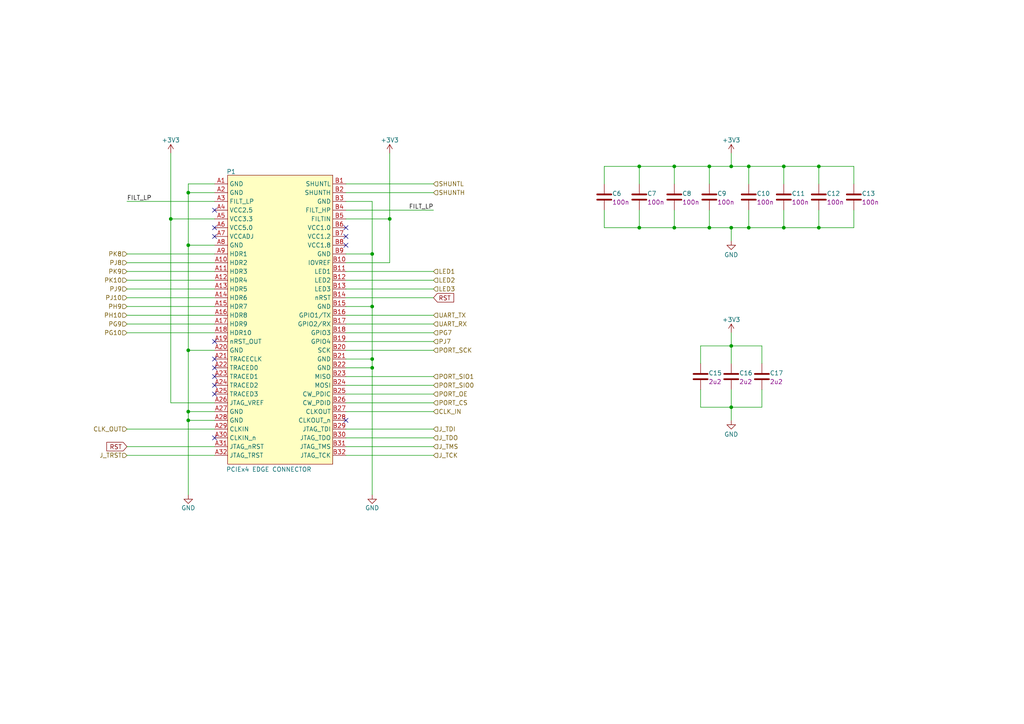
<source format=kicad_sch>
(kicad_sch (version 20231120) (generator "eeschema") (generator_version "8.0")
  (paper "A4")
  (lib_symbols
    (symbol "nae_caps:CAP_100n_6.3V_0603" (pin_numbers hide)
      (property "Reference" "C" (at -20.32 5.08 0))
      (property "Display Value" "100n" (at 15.24 5.08 0))
      (symbol "CAP_100n_6.3V_0603_0_1"
        (polyline (pts (xy -0.762 -2.032) (xy -0.762 2.032)) (stroke (width 0.508)))
        (polyline (pts (xy 0.762 -2.032) (xy 0.762 2.032)) (stroke (width 0.508)))
      )
      (symbol "CAP_100n_6.3V_0603_1_1"
        (pin passive line (at -3.81 0 0) (length 2.794) (name "~") (number "1"))
        (pin passive line (at 3.81 0 180) (length 2.794) (name "~") (number "2"))
      )
    )
    (symbol "nae_caps:CAP_2u2_6.3V_0603" (pin_numbers hide)
      (property "Reference" "C" (at -20.32 5.08 0))
      (property "Display Value" "2u2" (at 15.24 5.08 0))
      (symbol "CAP_2u2_6.3V_0603_0_1"
        (polyline (pts (xy -0.762 -2.032) (xy -0.762 2.032)) (stroke (width 0.508)))
        (polyline (pts (xy 0.762 -2.032) (xy 0.762 2.032)) (stroke (width 0.508)))
      )
      (symbol "CAP_2u2_6.3V_0603_1_1"
        (pin passive line (at -3.81 0 0) (length 2.794) (name "~") (number "1"))
        (pin passive line (at 3.81 0 180) (length 2.794) (name "~") (number "2"))
      )
    )
    (symbol "power:+3V3" (power) (pin_numbers hide) (pin_names (offset 0) hide)
      (property "Value" "+3V3" (at 0 3.556 0))
      (symbol "+3V3_0_1"
        (polyline (pts (xy -0.762 1.27) (xy 0 2.54)))
        (polyline (pts (xy 0 0) (xy 0 2.54)))
        (polyline (pts (xy 0 2.54) (xy 0.762 1.27)))
      )
      (symbol "+3V3_1_1"
        (pin power_in line (at 0 0 90) (length 0) (name "~") (number "1"))
      )
    )
    (symbol "power:GND" (power) (pin_numbers hide) (pin_names (offset 0) hide)
      (property "Value" "GND" (at 0 -3.81 0))
      (symbol "GND_0_1"
        (polyline (pts (xy 0 0) (xy 0 -1.27) (xy 1.27 -1.27) (xy 0 -2.54) (xy -1.27 -1.27) (xy 0 -1.27)))
      )
      (symbol "GND_1_1"
        (pin power_in line (at 0 0 270) (length 0) (name "~") (number "1"))
      )
    )
    (symbol "tutorial_2_library:CW312T-Template" (in_bom no)
      (property "Reference" "P" (at -15.24 3.81 0))
      (property "Value" "PCIEx4 EDGE CONNECTOR " (at 3.81 3.81 0))
      (symbol "CW312T-Template_1_1"
        (rectangle (start -15.24 2.54) (end 15.24 -81.28) (fill (type background)))
        (pin unspecified line (at -19.05 0 0) (length 3.81) (name "GND") (number "A1"))
        (pin unspecified line (at -19.05 -22.86 0) (length 3.81) (name "HDR2") (number "A10"))
        (pin unspecified line (at -19.05 -25.4 0) (length 3.81) (name "HDR3") (number "A11"))
        (pin unspecified line (at -19.05 -27.94 0) (length 3.81) (name "HDR4") (number "A12"))
        (pin unspecified line (at -19.05 -30.48 0) (length 3.81) (name "HDR5") (number "A13"))
        (pin unspecified line (at -19.05 -33.02 0) (length 3.81) (name "HDR6") (number "A14"))
        (pin unspecified line (at -19.05 -35.56 0) (length 3.81) (name "HDR7") (number "A15"))
        (pin unspecified line (at -19.05 -38.1 0) (length 3.81) (name "HDR8") (number "A16"))
        (pin unspecified line (at -19.05 -40.64 0) (length 3.81) (name "HDR9") (number "A17"))
        (pin unspecified line (at -19.05 -43.18 0) (length 3.81) (name "HDR10") (number "A18"))
        (pin unspecified line (at -19.05 -45.72 0) (length 3.81) (name "nRST_OUT") (number "A19"))
        (pin unspecified line (at -19.05 -2.54 0) (length 3.81) (name "GND") (number "A2"))
        (pin unspecified line (at -19.05 -48.26 0) (length 3.81) (name "GND") (number "A20"))
        (pin unspecified line (at -19.05 -50.8 0) (length 3.81) (name "TRACECLK") (number "A21"))
        (pin unspecified line (at -19.05 -53.34 0) (length 3.81) (name "TRACED0") (number "A22"))
        (pin unspecified line (at -19.05 -55.88 0) (length 3.81) (name "TRACED1") (number "A23"))
        (pin unspecified line (at -19.05 -58.42 0) (length 3.81) (name "TRACED2") (number "A24"))
        (pin unspecified line (at -19.05 -60.96 0) (length 3.81) (name "TRACED3") (number "A25"))
        (pin unspecified line (at -19.05 -63.5 0) (length 3.81) (name "JTAG_VREF") (number "A26"))
        (pin unspecified line (at -19.05 -66.04 0) (length 3.81) (name "GND") (number "A27"))
        (pin unspecified line (at -19.05 -68.58 0) (length 3.81) (name "GND") (number "A28"))
        (pin unspecified line (at -19.05 -71.12 0) (length 3.81) (name "CLKIN") (number "A29"))
        (pin unspecified line (at -19.05 -5.08 0) (length 3.81) (name "FILT_LP") (number "A3"))
        (pin unspecified line (at -19.05 -73.66 0) (length 3.81) (name "CLKIN_n") (number "A30"))
        (pin unspecified line (at -19.05 -76.2 0) (length 3.81) (name "JTAG_nRST") (number "A31"))
        (pin unspecified line (at -19.05 -78.74 0) (length 3.81) (name "JTAG_TRST") (number "A32"))
        (pin unspecified line (at -19.05 -7.62 0) (length 3.81) (name "VCC2.5") (number "A4"))
        (pin unspecified line (at -19.05 -10.16 0) (length 3.81) (name "VCC3.3") (number "A5"))
        (pin unspecified line (at -19.05 -12.7 0) (length 3.81) (name "VCC5.0") (number "A6"))
        (pin unspecified line (at -19.05 -15.24 0) (length 3.81) (name "VCCADJ") (number "A7"))
        (pin unspecified line (at -19.05 -17.78 0) (length 3.81) (name "GND") (number "A8"))
        (pin unspecified line (at -19.05 -20.32 0) (length 3.81) (name "HDR1") (number "A9"))
        (pin unspecified line (at 19.05 0 180) (length 3.81) (name "SHUNTL") (number "B1"))
        (pin unspecified line (at 19.05 -22.86 180) (length 3.81) (name "IOVREF") (number "B10"))
        (pin unspecified line (at 19.05 -25.4 180) (length 3.81) (name "LED1") (number "B11"))
        (pin unspecified line (at 19.05 -27.94 180) (length 3.81) (name "LED2") (number "B12"))
        (pin unspecified line (at 19.05 -30.48 180) (length 3.81) (name "LED3") (number "B13"))
        (pin unspecified line (at 19.05 -33.02 180) (length 3.81) (name "nRST") (number "B14"))
        (pin unspecified line (at 19.05 -35.56 180) (length 3.81) (name "GND") (number "B15"))
        (pin unspecified line (at 19.05 -38.1 180) (length 3.81) (name "GPIO1/TX") (number "B16"))
        (pin unspecified line (at 19.05 -40.64 180) (length 3.81) (name "GPIO2/RX") (number "B17"))
        (pin unspecified line (at 19.05 -43.18 180) (length 3.81) (name "GPIO3") (number "B18"))
        (pin unspecified line (at 19.05 -45.72 180) (length 3.81) (name "GPIO4") (number "B19"))
        (pin unspecified line (at 19.05 -2.54 180) (length 3.81) (name "SHUNTH") (number "B2"))
        (pin unspecified line (at 19.05 -48.26 180) (length 3.81) (name "SCK") (number "B20"))
        (pin unspecified line (at 19.05 -50.8 180) (length 3.81) (name "GND") (number "B21"))
        (pin unspecified line (at 19.05 -53.34 180) (length 3.81) (name "GND") (number "B22"))
        (pin unspecified line (at 19.05 -55.88 180) (length 3.81) (name "MISO") (number "B23"))
        (pin unspecified line (at 19.05 -58.42 180) (length 3.81) (name "MOSI") (number "B24"))
        (pin unspecified line (at 19.05 -60.96 180) (length 3.81) (name "CW_PDIC") (number "B25"))
        (pin unspecified line (at 19.05 -63.5 180) (length 3.81) (name "CW_PDID") (number "B26"))
        (pin unspecified line (at 19.05 -66.04 180) (length 3.81) (name "CLKOUT") (number "B27"))
        (pin unspecified line (at 19.05 -68.58 180) (length 3.81) (name "CLKOUT_n") (number "B28"))
        (pin unspecified line (at 19.05 -71.12 180) (length 3.81) (name "JTAG_TDI") (number "B29"))
        (pin unspecified line (at 19.05 -5.08 180) (length 3.81) (name "GND") (number "B3"))
        (pin unspecified line (at 19.05 -73.66 180) (length 3.81) (name "JTAG_TDO") (number "B30"))
        (pin unspecified line (at 19.05 -76.2 180) (length 3.81) (name "JTAG_TMS") (number "B31"))
        (pin unspecified line (at 19.05 -78.74 180) (length 3.81) (name "JTAG_TCK") (number "B32"))
        (pin unspecified line (at 19.05 -7.62 180) (length 3.81) (name "FILT_HP") (number "B4"))
        (pin unspecified line (at 19.05 -10.16 180) (length 3.81) (name "FILTIN") (number "B5"))
        (pin unspecified line (at 19.05 -12.7 180) (length 3.81) (name "VCC1.0") (number "B6"))
        (pin unspecified line (at 19.05 -15.24 180) (length 3.81) (name "VCC1.2") (number "B7"))
        (pin unspecified line (at 19.05 -17.78 180) (length 3.81) (name "VCC1.8") (number "B8"))
        (pin unspecified line (at 19.05 -20.32 180) (length 3.81) (name "GND") (number "B9"))
      )
    )
  )
  (junction (at 113.03 63.5))
  (junction (at 212.09 100.33))
  (junction (at 185.42 66.04))
  (junction (at 107.95 73.66))
  (junction (at 217.17 48.26))
  (junction (at 205.74 66.04))
  (junction (at 54.61 119.38))
  (junction (at 107.95 106.68))
  (junction (at 205.74 48.26))
  (junction (at 49.53 63.5))
  (junction (at 227.33 66.04))
  (junction (at 107.95 88.9))
  (junction (at 54.61 55.88))
  (junction (at 107.95 104.14))
  (junction (at 212.09 48.26))
  (junction (at 227.33 48.26))
  (junction (at 195.58 66.04))
  (junction (at 54.61 121.92))
  (junction (at 54.61 101.6))
  (junction (at 237.49 48.26))
  (junction (at 212.09 66.04))
  (junction (at 237.49 66.04))
  (junction (at 195.58 48.26))
  (junction (at 185.42 48.26))
  (junction (at 217.17 66.04))
  (junction (at 54.61 71.12))
  (junction (at 212.09 118.11))
  (no_connect (at 100.33 66.04))
  (no_connect (at 62.23 109.22))
  (no_connect (at 62.23 111.76))
  (no_connect (at 62.23 104.14))
  (no_connect (at 62.23 106.68))
  (no_connect (at 62.23 66.04))
  (no_connect (at 100.33 68.58))
  (no_connect (at 62.23 99.06))
  (no_connect (at 100.33 71.12))
  (no_connect (at 62.23 114.3))
  (no_connect (at 62.23 60.96))
  (no_connect (at 62.23 68.58))
  (no_connect (at 62.23 127))
  (no_connect (at 100.33 121.92))
  (wire (pts (xy 36.83 132.08) (xy 62.23 132.08)))
  (wire (pts (xy 100.33 60.96) (xy 125.73 60.96)))
  (wire (pts (xy 36.83 78.74) (xy 62.23 78.74)))
  (wire (pts (xy 36.83 73.66) (xy 62.23 73.66)))
  (wire (pts (xy 100.33 101.6) (xy 125.73 101.6)))
  (wire (pts (xy 227.33 66.04) (xy 237.49 66.04)))
  (wire (pts (xy 237.49 60.96) (xy 237.49 66.04)))
  (wire (pts (xy 227.33 48.26) (xy 237.49 48.26)))
  (wire (pts (xy 36.83 96.52) (xy 62.23 96.52)))
  (wire (pts (xy 49.53 63.5) (xy 49.53 116.84)))
  (wire (pts (xy 100.33 91.44) (xy 125.73 91.44)))
  (wire (pts (xy 185.42 48.26) (xy 195.58 48.26)))
  (wire (pts (xy 54.61 101.6) (xy 54.61 119.38)))
  (wire (pts (xy 100.33 116.84) (xy 125.73 116.84)))
  (wire (pts (xy 175.26 48.26) (xy 185.42 48.26)))
  (wire (pts (xy 100.33 132.08) (xy 125.73 132.08)))
  (wire (pts (xy 100.33 53.34) (xy 125.73 53.34)))
  (wire (pts (xy 107.95 73.66) (xy 107.95 88.9)))
  (wire (pts (xy 100.33 99.06) (xy 125.73 99.06)))
  (wire (pts (xy 205.74 60.96) (xy 205.74 66.04)))
  (wire (pts (xy 195.58 48.26) (xy 205.74 48.26)))
  (wire (pts (xy 100.33 127) (xy 125.73 127)))
  (wire (pts (xy 54.61 71.12) (xy 62.23 71.12)))
  (wire (pts (xy 36.83 88.9) (xy 62.23 88.9)))
  (wire (pts (xy 247.65 48.26) (xy 247.65 53.34)))
  (wire (pts (xy 212.09 66.04) (xy 212.09 69.85)))
  (wire (pts (xy 36.83 81.28) (xy 62.23 81.28)))
  (wire (pts (xy 107.95 104.14) (xy 107.95 106.68)))
  (wire (pts (xy 237.49 48.26) (xy 237.49 53.34)))
  (wire (pts (xy 100.33 129.54) (xy 125.73 129.54)))
  (wire (pts (xy 100.33 109.22) (xy 125.73 109.22)))
  (wire (pts (xy 227.33 48.26) (xy 227.33 53.34)))
  (wire (pts (xy 220.98 118.11) (xy 220.98 113.03)))
  (wire (pts (xy 36.83 91.44) (xy 62.23 91.44)))
  (wire (pts (xy 203.2 105.41) (xy 203.2 100.33)))
  (wire (pts (xy 113.03 44.45) (xy 113.03 63.5)))
  (wire (pts (xy 100.33 114.3) (xy 125.73 114.3)))
  (wire (pts (xy 203.2 118.11) (xy 212.09 118.11)))
  (wire (pts (xy 100.33 106.68) (xy 107.95 106.68)))
  (wire (pts (xy 100.33 63.5) (xy 113.03 63.5)))
  (wire (pts (xy 113.03 63.5) (xy 113.03 76.2)))
  (wire (pts (xy 185.42 48.26) (xy 185.42 53.34)))
  (wire (pts (xy 54.61 121.92) (xy 62.23 121.92)))
  (wire (pts (xy 36.83 124.46) (xy 62.23 124.46)))
  (wire (pts (xy 54.61 55.88) (xy 54.61 71.12)))
  (wire (pts (xy 175.26 66.04) (xy 175.26 60.96)))
  (wire (pts (xy 237.49 66.04) (xy 247.65 66.04)))
  (wire (pts (xy 237.49 48.26) (xy 247.65 48.26)))
  (wire (pts (xy 195.58 60.96) (xy 195.58 66.04)))
  (wire (pts (xy 205.74 66.04) (xy 212.09 66.04)))
  (wire (pts (xy 195.58 66.04) (xy 205.74 66.04)))
  (wire (pts (xy 100.33 83.82) (xy 125.73 83.82)))
  (wire (pts (xy 220.98 105.41) (xy 220.98 100.33)))
  (wire (pts (xy 195.58 48.26) (xy 195.58 53.34)))
  (wire (pts (xy 100.33 81.28) (xy 125.73 81.28)))
  (wire (pts (xy 107.95 58.42) (xy 107.95 73.66)))
  (wire (pts (xy 100.33 76.2) (xy 113.03 76.2)))
  (wire (pts (xy 100.33 93.98) (xy 125.73 93.98)))
  (wire (pts (xy 54.61 121.92) (xy 54.61 143.51)))
  (wire (pts (xy 212.09 48.26) (xy 217.17 48.26)))
  (wire (pts (xy 217.17 60.96) (xy 217.17 66.04)))
  (wire (pts (xy 100.33 104.14) (xy 107.95 104.14)))
  (wire (pts (xy 36.83 86.36) (xy 62.23 86.36)))
  (wire (pts (xy 227.33 60.96) (xy 227.33 66.04)))
  (wire (pts (xy 62.23 53.34) (xy 54.61 53.34)))
  (wire (pts (xy 205.74 48.26) (xy 205.74 53.34)))
  (wire (pts (xy 100.33 55.88) (xy 125.73 55.88)))
  (wire (pts (xy 212.09 44.45) (xy 212.09 48.26)))
  (wire (pts (xy 100.33 88.9) (xy 107.95 88.9)))
  (wire (pts (xy 54.61 119.38) (xy 62.23 119.38)))
  (wire (pts (xy 212.09 118.11) (xy 212.09 121.92)))
  (wire (pts (xy 49.53 116.84) (xy 62.23 116.84)))
  (wire (pts (xy 203.2 100.33) (xy 212.09 100.33)))
  (wire (pts (xy 36.83 58.42) (xy 62.23 58.42)))
  (wire (pts (xy 175.26 66.04) (xy 185.42 66.04)))
  (wire (pts (xy 212.09 66.04) (xy 217.17 66.04)))
  (wire (pts (xy 107.95 58.42) (xy 100.33 58.42)))
  (wire (pts (xy 100.33 78.74) (xy 125.73 78.74)))
  (wire (pts (xy 217.17 48.26) (xy 217.17 53.34)))
  (wire (pts (xy 217.17 66.04) (xy 227.33 66.04)))
  (wire (pts (xy 212.09 105.41) (xy 212.09 100.33)))
  (wire (pts (xy 54.61 55.88) (xy 62.23 55.88)))
  (wire (pts (xy 212.09 118.11) (xy 220.98 118.11)))
  (wire (pts (xy 54.61 101.6) (xy 62.23 101.6)))
  (wire (pts (xy 107.95 106.68) (xy 107.95 143.51)))
  (wire (pts (xy 100.33 119.38) (xy 125.73 119.38)))
  (wire (pts (xy 36.83 93.98) (xy 62.23 93.98)))
  (wire (pts (xy 54.61 53.34) (xy 54.61 55.88)))
  (wire (pts (xy 175.26 53.34) (xy 175.26 48.26)))
  (wire (pts (xy 36.83 129.54) (xy 62.23 129.54)))
  (wire (pts (xy 203.2 118.11) (xy 203.2 113.03)))
  (wire (pts (xy 100.33 86.36) (xy 125.73 86.36)))
  (wire (pts (xy 54.61 119.38) (xy 54.61 121.92)))
  (wire (pts (xy 100.33 73.66) (xy 107.95 73.66)))
  (wire (pts (xy 217.17 48.26) (xy 227.33 48.26)))
  (wire (pts (xy 185.42 60.96) (xy 185.42 66.04)))
  (wire (pts (xy 107.95 88.9) (xy 107.95 104.14)))
  (wire (pts (xy 212.09 100.33) (xy 220.98 100.33)))
  (wire (pts (xy 36.83 76.2) (xy 62.23 76.2)))
  (wire (pts (xy 100.33 124.46) (xy 125.73 124.46)))
  (wire (pts (xy 54.61 71.12) (xy 54.61 101.6)))
  (wire (pts (xy 205.74 48.26) (xy 212.09 48.26)))
  (wire (pts (xy 247.65 60.96) (xy 247.65 66.04)))
  (wire (pts (xy 212.09 118.11) (xy 212.09 113.03)))
  (wire (pts (xy 100.33 111.76) (xy 125.73 111.76)))
  (wire (pts (xy 100.33 96.52) (xy 125.73 96.52)))
  (wire (pts (xy 212.09 96.52) (xy 212.09 100.33)))
  (wire (pts (xy 36.83 83.82) (xy 62.23 83.82)))
  (wire (pts (xy 185.42 66.04) (xy 195.58 66.04)))
  (wire (pts (xy 49.53 44.45) (xy 49.53 63.5)))
  (wire (pts (xy 62.23 63.5) (xy 49.53 63.5)))
  (label "FILT_LP" (at 36.83 58.42 0))
  (label "FILT_LP" (at 125.73 60.96 180))
  (global_label "RST" (shape input) (at 125.73 86.36 0) (property "Intersheetrefs" "${INTERSHEET_REFS}" (effects (hide yes))))
  (global_label "RST" (shape input) (at 36.83 129.54 180) (property "Intersheetrefs" "${INTERSHEET_REFS}" (effects (hide yes))))
  (hierarchical_label "PJ9" (shape input) (at 36.83 83.82 180))
  (hierarchical_label "J_TDO" (shape input) (at 125.73 127 0))
  (hierarchical_label "CLK_IN" (shape input) (at 125.73 119.38 0))
  (hierarchical_label "PORT_SIO1" (shape input) (at 125.73 109.22 0))
  (hierarchical_label "LED2" (shape input) (at 125.73 81.28 0))
  (hierarchical_label "PH10" (shape input) (at 36.83 91.44 180))
  (hierarchical_label "J_TCK" (shape input) (at 125.73 132.08 0))
  (hierarchical_label "PK10" (shape input) (at 36.83 81.28 180))
  (hierarchical_label "UART_TX" (shape input) (at 125.73 91.44 0))
  (hierarchical_label "PJ7" (shape input) (at 125.73 99.06 0))
  (hierarchical_label "PORT_CS" (shape input) (at 125.73 116.84 0))
  (hierarchical_label "LED1" (shape input) (at 125.73 78.74 0))
  (hierarchical_label "PK8" (shape input) (at 36.83 73.66 180))
  (hierarchical_label "PG7" (shape input) (at 125.73 96.52 0))
  (hierarchical_label "J_TMS" (shape input) (at 125.73 129.54 0))
  (hierarchical_label "PH9" (shape input) (at 36.83 88.9 180))
  (hierarchical_label "CLK_OUT" (shape input) (at 36.83 124.46 180))
  (hierarchical_label "SHUNTH" (shape input) (at 125.73 55.88 0))
  (hierarchical_label "UART_RX" (shape input) (at 125.73 93.98 0))
  (hierarchical_label "PG10" (shape input) (at 36.83 96.52 180))
  (hierarchical_label "PORT_OE" (shape input) (at 125.73 114.3 0))
  (hierarchical_label "PG9" (shape input) (at 36.83 93.98 180))
  (hierarchical_label "PJ8" (shape input) (at 36.83 76.2 180))
  (hierarchical_label "J_TRST" (shape input) (at 36.83 132.08 180))
  (hierarchical_label "PK9" (shape input) (at 36.83 78.74 180))
  (hierarchical_label "PORT_SCK" (shape input) (at 125.73 101.6 0))
  (hierarchical_label "J_TDI" (shape input) (at 125.73 124.46 0))
  (hierarchical_label "PORT_SIO0" (shape input) (at 125.73 111.76 0))
  (hierarchical_label "PJ10" (shape input) (at 36.83 86.36 180))
  (hierarchical_label "LED3" (shape input) (at 125.73 83.82 0))
  (hierarchical_label "SHUNTL" (shape input) (at 125.73 53.34 0))
  (symbol (lib_id "power:+3V3") (at 49.53 44.45 0) (mirror y) (unit 1)
    (property "Reference" "#PWR05" (effects (hide yes)))
    (property "Value" "+3V3" (at 49.53 40.64 0))
    (property "Description" "Power symbol creates a global label with name \"+3V3\"" (effects (hide yes)))
  )
  (symbol (lib_id "power:GND") (at 107.95 143.51 0) (unit 1)
    (property "Reference" "#PWR02" (effects (hide yes)))
    (property "Value" "GND" (at 107.95 147.32 0))
    (property "Description" "Power symbol creates a global label with name \"GND\" , ground" (effects (hide yes)))
  )
  (symbol (lib_id "nae_caps:CAP_100n_6.3V_0603") (at 217.17 57.15 90) (unit 1)
    (property "Reference" "C10" (at 219.456 56.134 90) (effects (justify right)))
    (property "Value" "CAP_100n_6.3V_0603" (effects (hide yes)))
    (property "Footprint" "Capacitor_SMD:C_0603_1608Metric" (effects (hide yes)))
    (property "Datasheet" "https://www.yageo.com/upload/media/product/productsearch/datasheet/mlcc/UPY-GPHC_X7R_6.3V-to-250V_24.pdf" (effects (hide yes)))
    (property "Description" "CAP CER 0.1UF 6.3V X7R 0603" (effects (hide yes)))
    (property "Display Value" "100n" (at 219.456 58.674 90) (effects (justify right)))
    (property "Manufacturer" "YAGEO" (effects (hide yes)))
    (property "Manufacturer Part Number" "CC0603KRX7R5BB104" (effects (hide yes)))
    (property "Supplier 1" "DigiKey" (effects (hide yes)))
    (property "Supplier 1 Part Number" "13-CC0603KRX7R5BB104CT-ND" (effects (hide yes)))
    (property "Supplier 2" "no_data" (effects (hide yes)))
    (property "Supplier 2 Part Number" "no_data" (effects (hide yes)))
  )
  (symbol (lib_id "power:+3V3") (at 113.03 44.45 0) (unit 1)
    (property "Reference" "#PWR03" (effects (hide yes)))
    (property "Value" "+3V3" (at 113.03 40.64 0))
    (property "Description" "Power symbol creates a global label with name \"+3V3\"" (effects (hide yes)))
  )
  (symbol (lib_id "power:+3V3") (at 212.09 96.52 0) (unit 1)
    (property "Reference" "#PWR09" (effects (hide yes)))
    (property "Value" "+3V3" (at 212.09 92.71 0))
    (property "Description" "Power symbol creates a global label with name \"+3V3\"" (effects (hide yes)))
  )
  (symbol (lib_id "nae_caps:CAP_100n_6.3V_0603") (at 185.42 57.15 90) (unit 1)
    (property "Reference" "C7" (at 187.706 56.134 90) (effects (justify right)))
    (property "Value" "CAP_100n_6.3V_0603" (effects (hide yes)))
    (property "Footprint" "Capacitor_SMD:C_0603_1608Metric" (effects (hide yes)))
    (property "Datasheet" "https://www.yageo.com/upload/media/product/productsearch/datasheet/mlcc/UPY-GPHC_X7R_6.3V-to-250V_24.pdf" (effects (hide yes)))
    (property "Description" "CAP CER 0.1UF 6.3V X7R 0603" (effects (hide yes)))
    (property "Display Value" "100n" (at 187.706 58.674 90) (effects (justify right)))
    (property "Manufacturer" "YAGEO" (effects (hide yes)))
    (property "Manufacturer Part Number" "CC0603KRX7R5BB104" (effects (hide yes)))
    (property "Supplier 1" "DigiKey" (effects (hide yes)))
    (property "Supplier 1 Part Number" "13-CC0603KRX7R5BB104CT-ND" (effects (hide yes)))
    (property "Supplier 2" "no_data" (effects (hide yes)))
    (property "Supplier 2 Part Number" "no_data" (effects (hide yes)))
  )
  (symbol (lib_id "power:+3V3") (at 212.09 44.45 0) (unit 1)
    (property "Reference" "#PWR06" (effects (hide yes)))
    (property "Value" "+3V3" (at 212.09 40.64 0))
    (property "Description" "Power symbol creates a global label with name \"+3V3\"" (effects (hide yes)))
  )
  (symbol (lib_id "nae_caps:CAP_100n_6.3V_0603") (at 237.49 57.15 90) (unit 1)
    (property "Reference" "C12" (at 239.776 56.134 90) (effects (justify right)))
    (property "Value" "CAP_100n_6.3V_0603" (effects (hide yes)))
    (property "Footprint" "Capacitor_SMD:C_0603_1608Metric" (effects (hide yes)))
    (property "Datasheet" "https://www.yageo.com/upload/media/product/productsearch/datasheet/mlcc/UPY-GPHC_X7R_6.3V-to-250V_24.pdf" (effects (hide yes)))
    (property "Description" "CAP CER 0.1UF 6.3V X7R 0603" (effects (hide yes)))
    (property "Display Value" "100n" (at 239.776 58.674 90) (effects (justify right)))
    (property "Manufacturer" "YAGEO" (effects (hide yes)))
    (property "Manufacturer Part Number" "CC0603KRX7R5BB104" (effects (hide yes)))
    (property "Supplier 1" "DigiKey" (effects (hide yes)))
    (property "Supplier 1 Part Number" "13-CC0603KRX7R5BB104CT-ND" (effects (hide yes)))
    (property "Supplier 2" "no_data" (effects (hide yes)))
    (property "Supplier 2 Part Number" "no_data" (effects (hide yes)))
  )
  (symbol (lib_id "tutorial_2_library:CW312T-Template") (at 81.28 53.34 0) (unit 1) (in_bom no)
    (property "Reference" "P1" (at 67.056 49.784 0))
    (property "Value" "PCIEx4 EDGE CONNECTOR" (at 77.978 136.144 0))
    (property "Footprint" "tutorial_2_library:CW312_Template" (effects (hide yes)))
    (property "Description" "BOARD AND EDGE CONNECTOR TEMPLATE FOR CW312 TARGETS" (effects (hide yes)))
  )
  (symbol (lib_id "nae_caps:CAP_100n_6.3V_0603") (at 247.65 57.15 90) (unit 1)
    (property "Reference" "C13" (at 249.936 56.134 90) (effects (justify right)))
    (property "Value" "CAP_100n_6.3V_0603" (effects (hide yes)))
    (property "Footprint" "Capacitor_SMD:C_0603_1608Metric" (effects (hide yes)))
    (property "Datasheet" "https://www.yageo.com/upload/media/product/productsearch/datasheet/mlcc/UPY-GPHC_X7R_6.3V-to-250V_24.pdf" (effects (hide yes)))
    (property "Description" "CAP CER 0.1UF 6.3V X7R 0603" (effects (hide yes)))
    (property "Display Value" "100n" (at 249.936 58.674 90) (effects (justify right)))
    (property "Manufacturer" "YAGEO" (effects (hide yes)))
    (property "Manufacturer Part Number" "CC0603KRX7R5BB104" (effects (hide yes)))
    (property "Supplier 1" "DigiKey" (effects (hide yes)))
    (property "Supplier 1 Part Number" "13-CC0603KRX7R5BB104CT-ND" (effects (hide yes)))
    (property "Supplier 2" "no_data" (effects (hide yes)))
    (property "Supplier 2 Part Number" "no_data" (effects (hide yes)))
  )
  (symbol (lib_id "nae_caps:CAP_100n_6.3V_0603") (at 195.58 57.15 90) (unit 1)
    (property "Reference" "C8" (at 197.866 56.134 90) (effects (justify right)))
    (property "Value" "CAP_100n_6.3V_0603" (effects (hide yes)))
    (property "Footprint" "Capacitor_SMD:C_0603_1608Metric" (effects (hide yes)))
    (property "Datasheet" "https://www.yageo.com/upload/media/product/productsearch/datasheet/mlcc/UPY-GPHC_X7R_6.3V-to-250V_24.pdf" (effects (hide yes)))
    (property "Description" "CAP CER 0.1UF 6.3V X7R 0603" (effects (hide yes)))
    (property "Display Value" "100n" (at 197.866 58.674 90) (effects (justify right)))
    (property "Manufacturer" "YAGEO" (effects (hide yes)))
    (property "Manufacturer Part Number" "CC0603KRX7R5BB104" (effects (hide yes)))
    (property "Supplier 1" "DigiKey" (effects (hide yes)))
    (property "Supplier 1 Part Number" "13-CC0603KRX7R5BB104CT-ND" (effects (hide yes)))
    (property "Supplier 2" "no_data" (effects (hide yes)))
    (property "Supplier 2 Part Number" "no_data" (effects (hide yes)))
  )
  (symbol (lib_id "power:GND") (at 212.09 69.85 0) (unit 1)
    (property "Reference" "#PWR07" (effects (hide yes)))
    (property "Value" "GND" (at 212.09 73.914 0))
    (property "Description" "Power symbol creates a global label with name \"GND\" , ground" (effects (hide yes)))
  )
  (symbol (lib_id "nae_caps:CAP_100n_6.3V_0603") (at 227.33 57.15 90) (unit 1)
    (property "Reference" "C11" (at 229.616 56.134 90) (effects (justify right)))
    (property "Value" "CAP_100n_6.3V_0603" (effects (hide yes)))
    (property "Footprint" "Capacitor_SMD:C_0603_1608Metric" (effects (hide yes)))
    (property "Datasheet" "https://www.yageo.com/upload/media/product/productsearch/datasheet/mlcc/UPY-GPHC_X7R_6.3V-to-250V_24.pdf" (effects (hide yes)))
    (property "Description" "CAP CER 0.1UF 6.3V X7R 0603" (effects (hide yes)))
    (property "Display Value" "100n" (at 229.616 58.674 90) (effects (justify right)))
    (property "Manufacturer" "YAGEO" (effects (hide yes)))
    (property "Manufacturer Part Number" "CC0603KRX7R5BB104" (effects (hide yes)))
    (property "Supplier 1" "DigiKey" (effects (hide yes)))
    (property "Supplier 1 Part Number" "13-CC0603KRX7R5BB104CT-ND" (effects (hide yes)))
    (property "Supplier 2" "no_data" (effects (hide yes)))
    (property "Supplier 2 Part Number" "no_data" (effects (hide yes)))
  )
  (symbol (lib_id "power:GND") (at 54.61 143.51 0) (unit 1)
    (property "Reference" "#PWR01" (effects (hide yes)))
    (property "Value" "GND" (at 54.61 147.32 0))
    (property "Description" "Power symbol creates a global label with name \"GND\" , ground" (effects (hide yes)))
  )
  (symbol (lib_id "nae_caps:CAP_2u2_6.3V_0603") (at 203.2 109.22 90) (unit 1)
    (property "Reference" "C15" (at 205.486 108.204 90) (effects (justify right)))
    (property "Value" "CAP_2u2_6.3V_0603" (effects (hide yes)))
    (property "Footprint" "Capacitor_SMD:C_0603_1608Metric" (effects (hide yes)))
    (property "Datasheet" "https://www.yageo.com/upload/media/product/productsearch/datasheet/mlcc/UPY-GPHC_X7R_6.3V-to-250V_24.pdf" (effects (hide yes)))
    (property "Description" "CAP CER 2.2UF 6.3V X7R 0603" (effects (hide yes)))
    (property "Display Value" "2u2" (at 205.486 110.744 90) (effects (justify right)))
    (property "Manufacturer" "YAGEO" (effects (hide yes)))
    (property "Manufacturer Part Number" "CC0603KRX7R5BB225" (effects (hide yes)))
    (property "Supplier 1" "DigiKey" (effects (hide yes)))
    (property "Supplier 1 Part Number" "311-1795-1-ND" (effects (hide yes)))
    (property "Supplier 2" "no_data" (effects (hide yes)))
    (property "Supplier 2 Part Number" "no_data" (effects (hide yes)))
  )
  (symbol (lib_id "nae_caps:CAP_100n_6.3V_0603") (at 205.74 57.15 90) (unit 1)
    (property "Reference" "C9" (at 208.026 56.134 90) (effects (justify right)))
    (property "Value" "CAP_100n_6.3V_0603" (effects (hide yes)))
    (property "Footprint" "Capacitor_SMD:C_0603_1608Metric" (effects (hide yes)))
    (property "Datasheet" "https://www.yageo.com/upload/media/product/productsearch/datasheet/mlcc/UPY-GPHC_X7R_6.3V-to-250V_24.pdf" (effects (hide yes)))
    (property "Description" "CAP CER 0.1UF 6.3V X7R 0603" (effects (hide yes)))
    (property "Display Value" "100n" (at 208.026 58.674 90) (effects (justify right)))
    (property "Manufacturer" "YAGEO" (effects (hide yes)))
    (property "Manufacturer Part Number" "CC0603KRX7R5BB104" (effects (hide yes)))
    (property "Supplier 1" "DigiKey" (effects (hide yes)))
    (property "Supplier 1 Part Number" "13-CC0603KRX7R5BB104CT-ND" (effects (hide yes)))
    (property "Supplier 2" "no_data" (effects (hide yes)))
    (property "Supplier 2 Part Number" "no_data" (effects (hide yes)))
  )
  (symbol (lib_id "nae_caps:CAP_2u2_6.3V_0603") (at 212.09 109.22 90) (unit 1)
    (property "Reference" "C16" (at 214.376 108.204 90) (effects (justify right)))
    (property "Value" "CAP_2u2_6.3V_0603" (effects (hide yes)))
    (property "Footprint" "Capacitor_SMD:C_0603_1608Metric" (effects (hide yes)))
    (property "Datasheet" "https://www.yageo.com/upload/media/product/productsearch/datasheet/mlcc/UPY-GPHC_X7R_6.3V-to-250V_24.pdf" (effects (hide yes)))
    (property "Description" "CAP CER 2.2UF 6.3V X7R 0603" (effects (hide yes)))
    (property "Display Value" "2u2" (at 214.376 110.744 90) (effects (justify right)))
    (property "Manufacturer" "YAGEO" (effects (hide yes)))
    (property "Manufacturer Part Number" "CC0603KRX7R5BB225" (effects (hide yes)))
    (property "Supplier 1" "DigiKey" (effects (hide yes)))
    (property "Supplier 1 Part Number" "311-1795-1-ND" (effects (hide yes)))
    (property "Supplier 2" "no_data" (effects (hide yes)))
    (property "Supplier 2 Part Number" "no_data" (effects (hide yes)))
  )
  (symbol (lib_id "power:GND") (at 212.09 121.92 0) (unit 1)
    (property "Reference" "#PWR08" (effects (hide yes)))
    (property "Value" "GND" (at 212.09 125.984 0))
    (property "Description" "Power symbol creates a global label with name \"GND\" , ground" (effects (hide yes)))
  )
  (symbol (lib_id "nae_caps:CAP_2u2_6.3V_0603") (at 220.98 109.22 90) (unit 1)
    (property "Reference" "C17" (at 223.266 108.204 90) (effects (justify right)))
    (property "Value" "CAP_2u2_6.3V_0603" (effects (hide yes)))
    (property "Footprint" "Capacitor_SMD:C_0603_1608Metric" (effects (hide yes)))
    (property "Datasheet" "https://www.yageo.com/upload/media/product/productsearch/datasheet/mlcc/UPY-GPHC_X7R_6.3V-to-250V_24.pdf" (effects (hide yes)))
    (property "Description" "CAP CER 2.2UF 6.3V X7R 0603" (effects (hide yes)))
    (property "Display Value" "2u2" (at 223.266 110.744 90) (effects (justify right)))
    (property "Manufacturer" "YAGEO" (effects (hide yes)))
    (property "Manufacturer Part Number" "CC0603KRX7R5BB225" (effects (hide yes)))
    (property "Supplier 1" "DigiKey" (effects (hide yes)))
    (property "Supplier 1 Part Number" "311-1795-1-ND" (effects (hide yes)))
    (property "Supplier 2" "no_data" (effects (hide yes)))
    (property "Supplier 2 Part Number" "no_data" (effects (hide yes)))
  )
  (symbol (lib_id "nae_caps:CAP_100n_6.3V_0603") (at 175.26 57.15 90) (unit 1)
    (property "Reference" "C6" (at 177.546 56.134 90) (effects (justify right)))
    (property "Value" "CAP_100n_6.3V_0603" (effects (hide yes)))
    (property "Footprint" "Capacitor_SMD:C_0603_1608Metric" (effects (hide yes)))
    (property "Datasheet" "https://www.yageo.com/upload/media/product/productsearch/datasheet/mlcc/UPY-GPHC_X7R_6.3V-to-250V_24.pdf" (effects (hide yes)))
    (property "Description" "CAP CER 0.1UF 6.3V X7R 0603" (effects (hide yes)))
    (property "Display Value" "100n" (at 177.546 58.674 90) (effects (justify right)))
    (property "Manufacturer" "YAGEO" (effects (hide yes)))
    (property "Manufacturer Part Number" "CC0603KRX7R5BB104" (effects (hide yes)))
    (property "Supplier 1" "DigiKey" (effects (hide yes)))
    (property "Supplier 1 Part Number" "13-CC0603KRX7R5BB104CT-ND" (effects (hide yes)))
    (property "Supplier 2" "no_data" (effects (hide yes)))
    (property "Supplier 2 Part Number" "no_data" (effects (hide yes)))
  )
)
</source>
